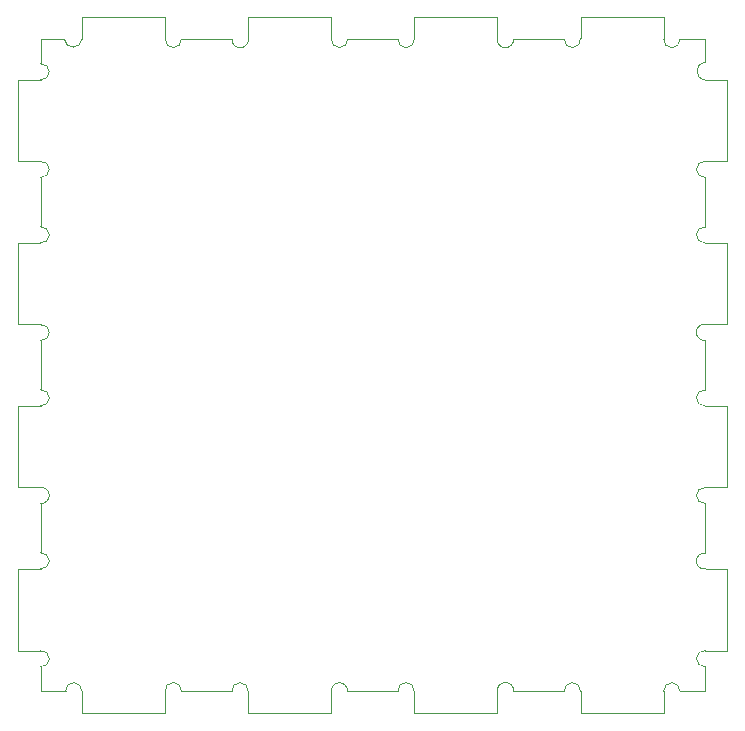
<source format=gbr>
%TF.GenerationSoftware,KiCad,Pcbnew,(6.0.8)*%
%TF.CreationDate,2022-10-30T20:01:47-07:00*%
%TF.ProjectId,BottomEdgeDBNew,426f7474-6f6d-4456-9467-6544424e6577,rev?*%
%TF.SameCoordinates,Original*%
%TF.FileFunction,Profile,NP*%
%FSLAX46Y46*%
G04 Gerber Fmt 4.6, Leading zero omitted, Abs format (unit mm)*
G04 Created by KiCad (PCBNEW (6.0.8)) date 2022-10-30 20:01:47*
%MOMM*%
%LPD*%
G01*
G04 APERTURE LIST*
%TA.AperFunction,Profile*%
%ADD10C,0.100000*%
%TD*%
G04 APERTURE END LIST*
D10*
X152534581Y-159978181D02*
X152534581Y-159972909D01*
X152534581Y-159972909D02*
X154410206Y-159972909D01*
X154410206Y-159972909D02*
X154410206Y-153067335D01*
X154410206Y-153067335D02*
X152534581Y-153067335D01*
X152534581Y-153067335D02*
X152534581Y-153067282D01*
X152662011Y-146176478D02*
X154410206Y-146176478D01*
X154410206Y-146176478D02*
X154410206Y-139270910D01*
X154410206Y-139270910D02*
X152534581Y-139270910D01*
X152534581Y-139270910D02*
X152534581Y-139267275D01*
X152534581Y-137912020D02*
X152534581Y-133722674D01*
X152534581Y-132367410D02*
X152534581Y-132365335D01*
X152534581Y-132365335D02*
X154410206Y-132365335D01*
X154410206Y-132365335D02*
X154410206Y-125459760D01*
X154410206Y-125459760D02*
X152534581Y-125459760D01*
X152534581Y-125459760D02*
X152534581Y-125459267D01*
X152534581Y-123994350D02*
X152534581Y-122014335D01*
X152534581Y-122014335D02*
X150404582Y-122014335D01*
X149023441Y-122014335D02*
X149023383Y-122014335D01*
X149023383Y-122014335D02*
X149023383Y-120173836D01*
X149023383Y-120173836D02*
X141986000Y-120173836D01*
X141986000Y-120173836D02*
X141986000Y-121960996D01*
X134948612Y-121892972D02*
X134948612Y-120173836D01*
X134948612Y-120173836D02*
X127911223Y-120173836D01*
X127911223Y-120173836D02*
X127911223Y-122014335D01*
X127911223Y-122014335D02*
X127908461Y-122014335D01*
X126527354Y-122014335D02*
X122271036Y-122014335D01*
X120889878Y-122014335D02*
X120888816Y-122014335D01*
X120888816Y-122014335D02*
X120888816Y-120173836D01*
X120888816Y-120173836D02*
X113851433Y-120173836D01*
X113851433Y-120173836D02*
X113851433Y-121937979D01*
X112474770Y-122014335D02*
X108199703Y-122014335D01*
X106818546Y-122014335D02*
X106814044Y-122014335D01*
X106814044Y-122014335D02*
X106814044Y-120173836D01*
X106814044Y-120173836D02*
X99776655Y-120173836D01*
X99776655Y-120173836D02*
X99776655Y-122014335D01*
X99776655Y-122014335D02*
X99773899Y-122014335D01*
X98281012Y-122014335D02*
X96265463Y-122014335D01*
X96265463Y-122014335D02*
X96265463Y-124097274D01*
X96265463Y-125452571D02*
X96265463Y-125459760D01*
X96265463Y-125459760D02*
X94389833Y-125459760D01*
X94389833Y-125459760D02*
X94389833Y-132365335D01*
X94389833Y-132365335D02*
X96248931Y-132365335D01*
X96265463Y-133720433D02*
X96265463Y-137916275D01*
X96232558Y-139270910D02*
X94389833Y-139270910D01*
X94389833Y-139270910D02*
X94389833Y-146176478D01*
X94389833Y-146176478D02*
X96265463Y-146176478D01*
X96265463Y-146176478D02*
X96265463Y-146184708D01*
X96265463Y-147539967D02*
X96265463Y-151705876D01*
X96265463Y-153067335D02*
X94389833Y-153067335D01*
X94389833Y-153067335D02*
X94389833Y-159972909D01*
X94389833Y-159972909D02*
X96202478Y-159972909D01*
X96265463Y-161325290D02*
X96265463Y-165515049D01*
X96265463Y-166870347D02*
X96265463Y-166878484D01*
X96265463Y-166878484D02*
X94389833Y-166878484D01*
X94389833Y-166878484D02*
X94389833Y-173784052D01*
X94389833Y-173784052D02*
X96265463Y-173784052D01*
X96265463Y-173784052D02*
X96265463Y-173792739D01*
X152534581Y-165527479D02*
X152534581Y-161333473D01*
X152554543Y-173784052D02*
X154410206Y-173784052D01*
X154410206Y-173784052D02*
X154410206Y-166878484D01*
X154410206Y-166878484D02*
X152620386Y-166878484D01*
X150406563Y-177229483D02*
X152534581Y-177229483D01*
X152534581Y-177229483D02*
X152534581Y-175139068D01*
X141980666Y-177229483D02*
X141986000Y-177229483D01*
X141986000Y-177229483D02*
X141986000Y-179070000D01*
X141986000Y-179070000D02*
X149023383Y-179070000D01*
X149023383Y-179070000D02*
X149023383Y-177229483D01*
X149023383Y-177229483D02*
X149025424Y-177229483D01*
X136322064Y-177229483D02*
X140599500Y-177229483D01*
X127905811Y-177229483D02*
X127911223Y-177229483D01*
X127911223Y-177229483D02*
X127911223Y-179070000D01*
X127911223Y-179070000D02*
X134948612Y-179070000D01*
X134948612Y-179070000D02*
X134948612Y-177324198D01*
X122262760Y-177229483D02*
X126524882Y-177229483D01*
X113845160Y-177229483D02*
X113851433Y-177229483D01*
X113851433Y-177229483D02*
X113851433Y-179070000D01*
X113851433Y-179070000D02*
X120888816Y-179070000D01*
X120888816Y-179070000D02*
X120888816Y-177341502D01*
X108193960Y-177229483D02*
X112463994Y-177229483D01*
X99772864Y-177229483D02*
X99776655Y-177229483D01*
X99776655Y-177229483D02*
X99776655Y-179070000D01*
X99776655Y-179070000D02*
X106814044Y-179070000D01*
X106814044Y-179070000D02*
X106814044Y-177250681D01*
X96265463Y-175147998D02*
X96265463Y-177229483D01*
X96265463Y-177229483D02*
X98391708Y-177229483D01*
X152534581Y-125459267D02*
X152534581Y-125459760D01*
X152534581Y-125459760D02*
X154410206Y-125459760D01*
X154410206Y-125459760D02*
X154410206Y-132365335D01*
X154410206Y-132365335D02*
X152534581Y-132365335D01*
X152534581Y-132365335D02*
X152534581Y-132367410D01*
X152534589Y-132367318D02*
G75*
G03*
X152534581Y-133722674I-60804J-677678D01*
G01*
X152534581Y-133722674D02*
X152534581Y-137912020D01*
X152534572Y-137912116D02*
G75*
G03*
X152534581Y-139267275I-60187J-677580D01*
G01*
X152534581Y-139267275D02*
X152534581Y-139270910D01*
X152534581Y-139270910D02*
X154410206Y-139270910D01*
X154410206Y-139270910D02*
X154410206Y-146176478D01*
X154410206Y-146176478D02*
X152662011Y-146176478D01*
X152662026Y-146176425D02*
G75*
G03*
X152534581Y-147521714I-186941J-660971D01*
G01*
X152534581Y-147521714D02*
X152534581Y-151711988D01*
X152534587Y-151711923D02*
G75*
G03*
X152536515Y-153067284I-63802J-677773D01*
G01*
X152534581Y-153067282D02*
X152534581Y-153067335D01*
X152534581Y-153067335D02*
X154410206Y-153067335D01*
X154410206Y-153067335D02*
X154410206Y-159972909D01*
X154410206Y-159972909D02*
X152534581Y-159972909D01*
X152534581Y-159972909D02*
X152534581Y-159978181D01*
X152534587Y-159978119D02*
G75*
G03*
X152534581Y-161333473I-63702J-677677D01*
G01*
X152534581Y-161333473D02*
X152534581Y-165527479D01*
X152534579Y-165527500D02*
G75*
G03*
X152620386Y-166878484I-59494J-681996D01*
G01*
X152620386Y-166878484D02*
X154410206Y-166878484D01*
X154410206Y-166878484D02*
X154410206Y-173784052D01*
X154410206Y-173784052D02*
X152554543Y-173784052D01*
X152554554Y-173783967D02*
G75*
G03*
X152534581Y-175139068I-86069J-676429D01*
G01*
X152534581Y-175139068D02*
X152534581Y-177229483D01*
X152534581Y-177229483D02*
X150406563Y-177229483D01*
X150406562Y-177229483D02*
G75*
G03*
X149025424Y-177229483I-690569J36232D01*
G01*
X149025424Y-177229483D02*
X149023383Y-177229483D01*
X149023383Y-177229483D02*
X149023383Y-179070000D01*
X149023383Y-179070000D02*
X141986000Y-179070000D01*
X141986000Y-179070000D02*
X141986000Y-177229483D01*
X141986000Y-177229483D02*
X141980666Y-177229483D01*
X141980666Y-177229483D02*
G75*
G03*
X140599500Y-177229483I-690583J39445D01*
G01*
X140599500Y-177229483D02*
X136322064Y-177229483D01*
X136322053Y-177229482D02*
G75*
G03*
X134948612Y-177324198I-693468J50486D01*
G01*
X134948612Y-177324198D02*
X134948612Y-179070000D01*
X134948612Y-179070000D02*
X127911223Y-179070000D01*
X127911223Y-179070000D02*
X127911223Y-177229483D01*
X127911223Y-177229483D02*
X127905811Y-177229483D01*
X127905812Y-177229483D02*
G75*
G03*
X126524882Y-177229483I-690465J53563D01*
G01*
X126524882Y-177229483D02*
X122262760Y-177229483D01*
X122262754Y-177229483D02*
G75*
G03*
X120888816Y-177341502I-694049J30827D01*
G01*
X120888816Y-177341502D02*
X120888816Y-179070000D01*
X120888816Y-179070000D02*
X113851433Y-179070000D01*
X113851433Y-179070000D02*
X113851433Y-177229483D01*
X113851433Y-177229483D02*
X113845160Y-177229483D01*
X113845160Y-177229483D02*
G75*
G03*
X112463994Y-177229483I-690583J39445D01*
G01*
X112463994Y-177229483D02*
X108193960Y-177229483D01*
X108193967Y-177229484D02*
G75*
G03*
X106814044Y-177250681I-691012J57768D01*
G01*
X106814044Y-177250681D02*
X106814044Y-179070000D01*
X106814044Y-179070000D02*
X99776655Y-179070000D01*
X99776655Y-179070000D02*
X99776655Y-177229483D01*
X99776655Y-177229483D02*
X99772864Y-177229483D01*
X99772864Y-177229483D02*
G75*
G03*
X98391708Y-177229483I-690578J43675D01*
G01*
X98391708Y-177229483D02*
X96265463Y-177229483D01*
X96265463Y-177229483D02*
X96265463Y-175147998D01*
X96265463Y-175147993D02*
G75*
G03*
X96265463Y-173792739I70742J677627D01*
G01*
X96265463Y-173792739D02*
X96265463Y-173784052D01*
X96265463Y-173784052D02*
X94389833Y-173784052D01*
X94389833Y-173784052D02*
X94389833Y-166878484D01*
X94389833Y-166878484D02*
X96265463Y-166878484D01*
X96265463Y-166878484D02*
X96265463Y-166870347D01*
X96265463Y-166870343D02*
G75*
G03*
X96265463Y-165515049I65752J677647D01*
G01*
X96265463Y-165515049D02*
X96265463Y-161325290D01*
X96265463Y-161325289D02*
G75*
G03*
X96202478Y-159972909I67992J680823D01*
G01*
X96202478Y-159972909D02*
X94389833Y-159972909D01*
X94389833Y-159972909D02*
X94389833Y-153067335D01*
X94389833Y-153067335D02*
X96265463Y-153067335D01*
X96265463Y-153067335D02*
X96265463Y-153061131D01*
X96265462Y-153061136D02*
G75*
G03*
X96265463Y-151705876I71063J677630D01*
G01*
X96265463Y-151705876D02*
X96265463Y-147539967D01*
X96265463Y-147539964D02*
G75*
G03*
X96265463Y-146184708I70742J677628D01*
G01*
X96265463Y-146184708D02*
X96265463Y-146176478D01*
X96265463Y-146176478D02*
X94389833Y-146176478D01*
X94389833Y-146176478D02*
X94389833Y-139270910D01*
X94389833Y-139270910D02*
X96232558Y-139270910D01*
X96232557Y-139270917D02*
G75*
G03*
X96265463Y-137916275I97128J675361D01*
G01*
X96265463Y-137916275D02*
X96265463Y-133720433D01*
X96265463Y-133720436D02*
G75*
G03*
X96248931Y-132365335I66302J678460D01*
G01*
X96248931Y-132365335D02*
X94389833Y-132365335D01*
X94389833Y-132365335D02*
X94389833Y-125459760D01*
X94389833Y-125459760D02*
X96265463Y-125459760D01*
X96265463Y-125459760D02*
X96265463Y-125452571D01*
X96265462Y-125452578D02*
G75*
G03*
X96265463Y-124097274I66553J677652D01*
G01*
X96265463Y-124097274D02*
X96265463Y-122014335D01*
X96265463Y-122014335D02*
X98281012Y-122014335D01*
X98281013Y-122014335D02*
G75*
G03*
X99773899Y-122014335I746443J68163D01*
G01*
X99773899Y-122014335D02*
X99776655Y-122014335D01*
X99776655Y-122014335D02*
X99776655Y-120173836D01*
X99776655Y-120173836D02*
X106814044Y-120173836D01*
X106814044Y-120173836D02*
X106814044Y-122014335D01*
X106814044Y-122014335D02*
X106818546Y-122014335D01*
X106818545Y-122014335D02*
G75*
G03*
X108199703Y-122014335I690579J-37935D01*
G01*
X108199703Y-122014335D02*
X112474770Y-122014335D01*
X112474770Y-122014335D02*
G75*
G03*
X113851433Y-121937979I692935J-44821D01*
G01*
X113851433Y-121937979D02*
X113851433Y-120173836D01*
X113851433Y-120173836D02*
X120888816Y-120173836D01*
X120888816Y-120173836D02*
X120888816Y-122014335D01*
X120888816Y-122014335D02*
X120889878Y-122014335D01*
X120889878Y-122014335D02*
G75*
G03*
X122271036Y-122014335I690579J-37935D01*
G01*
X122271036Y-122014335D02*
X126527354Y-122014335D01*
X126527355Y-122014335D02*
G75*
G03*
X127908461Y-122014335I690553J-47198D01*
G01*
X127908461Y-122014335D02*
X127911223Y-122014335D01*
X127911223Y-122014335D02*
X127911223Y-120173836D01*
X127911223Y-120173836D02*
X134948612Y-120173836D01*
X134948612Y-120173836D02*
X134948612Y-121892972D01*
X134948613Y-121892972D02*
G75*
G03*
X136320441Y-122014335I677412J-156784D01*
G01*
X136320441Y-122014335D02*
X140606484Y-122014335D01*
X140606488Y-122014335D02*
G75*
G03*
X141986000Y-121960996I692197J-36461D01*
G01*
X141986000Y-121960996D02*
X141986000Y-120173836D01*
X141986000Y-120173836D02*
X149023383Y-120173836D01*
X149023383Y-120173836D02*
X149023383Y-122014335D01*
X149023383Y-122014335D02*
X149023441Y-122014335D01*
X149023440Y-122014335D02*
G75*
G03*
X150404582Y-122014335I690571J-45067D01*
G01*
X150404582Y-122014335D02*
X152534581Y-122014335D01*
X152534581Y-122014335D02*
X152534581Y-123994350D01*
X152534583Y-123994384D02*
G75*
G03*
X152538997Y-125459282I47702J-732312D01*
G01*
X152534581Y-125459267D02*
X152534581Y-125459760D01*
X152534581Y-125459760D02*
X154410206Y-125459760D01*
X154410206Y-125459760D02*
X154410206Y-132365335D01*
X154410206Y-132365335D02*
X152534581Y-132365335D01*
X152534581Y-132365335D02*
X152534581Y-132367410D01*
X152534589Y-132367318D02*
G75*
G03*
X152534581Y-133722674I-60804J-677678D01*
G01*
X152534581Y-133722674D02*
X152534581Y-137912020D01*
X152534572Y-137912116D02*
G75*
G03*
X152534581Y-139267275I-60187J-677580D01*
G01*
X152534581Y-139267275D02*
X152534581Y-139270910D01*
X152534581Y-139270910D02*
X154410206Y-139270910D01*
X154410206Y-139270910D02*
X154410206Y-146176478D01*
X154410206Y-146176478D02*
X152662011Y-146176478D01*
X152662026Y-146176425D02*
G75*
G03*
X152534581Y-147521714I-186941J-660971D01*
G01*
X152534581Y-147521714D02*
X152534581Y-151711988D01*
X152534587Y-151711923D02*
G75*
G03*
X152536515Y-153067284I-63802J-677773D01*
G01*
X152534581Y-153067282D02*
X152534581Y-153067335D01*
X152534581Y-153067335D02*
X154410206Y-153067335D01*
X154410206Y-153067335D02*
X154410206Y-159972909D01*
X154410206Y-159972909D02*
X152534581Y-159972909D01*
X152534581Y-159972909D02*
X152534581Y-159978181D01*
X152534587Y-159978119D02*
G75*
G03*
X152534581Y-161333473I-63702J-677677D01*
G01*
X152534581Y-161333473D02*
X152534581Y-165527479D01*
X152534579Y-165527500D02*
G75*
G03*
X152620386Y-166878484I-59494J-681996D01*
G01*
X152620386Y-166878484D02*
X154410206Y-166878484D01*
X154410206Y-166878484D02*
X154410206Y-173784052D01*
X154410206Y-173784052D02*
X152554543Y-173784052D01*
X152554554Y-173783967D02*
G75*
G03*
X152534581Y-175139068I-86069J-676429D01*
G01*
X152534581Y-175139068D02*
X152534581Y-177229483D01*
X152534581Y-177229483D02*
X150406563Y-177229483D01*
X150406562Y-177229483D02*
G75*
G03*
X149025424Y-177229483I-690569J36232D01*
G01*
X149025424Y-177229483D02*
X149023383Y-177229483D01*
X149023383Y-177229483D02*
X149023383Y-179070000D01*
X149023383Y-179070000D02*
X141986000Y-179070000D01*
X141986000Y-179070000D02*
X141986000Y-177229483D01*
X141986000Y-177229483D02*
X141980666Y-177229483D01*
X141980666Y-177229483D02*
G75*
G03*
X140599500Y-177229483I-690583J39445D01*
G01*
X140599500Y-177229483D02*
X136322064Y-177229483D01*
X136322053Y-177229482D02*
G75*
G03*
X134948612Y-177324198I-693468J50486D01*
G01*
X134948612Y-177324198D02*
X134948612Y-179070000D01*
X134948612Y-179070000D02*
X127911223Y-179070000D01*
X127911223Y-179070000D02*
X127911223Y-177229483D01*
X127911223Y-177229483D02*
X127905811Y-177229483D01*
X127905812Y-177229483D02*
G75*
G03*
X126524882Y-177229483I-690465J53563D01*
G01*
X126524882Y-177229483D02*
X122262760Y-177229483D01*
X122262754Y-177229483D02*
G75*
G03*
X120888816Y-177341502I-694049J30827D01*
G01*
X120888816Y-177341502D02*
X120888816Y-179070000D01*
X120888816Y-179070000D02*
X113851433Y-179070000D01*
X113851433Y-179070000D02*
X113851433Y-177229483D01*
X113851433Y-177229483D02*
X113845160Y-177229483D01*
X113845160Y-177229483D02*
G75*
G03*
X112463994Y-177229483I-690583J39445D01*
G01*
X112463994Y-177229483D02*
X108193960Y-177229483D01*
X108193967Y-177229484D02*
G75*
G03*
X106814044Y-177250681I-691012J57768D01*
G01*
X106814044Y-177250681D02*
X106814044Y-179070000D01*
X106814044Y-179070000D02*
X99776655Y-179070000D01*
X99776655Y-179070000D02*
X99776655Y-177229483D01*
X99776655Y-177229483D02*
X99772864Y-177229483D01*
X99772864Y-177229483D02*
G75*
G03*
X98391708Y-177229483I-690578J43675D01*
G01*
X98391708Y-177229483D02*
X96265463Y-177229483D01*
X96265463Y-177229483D02*
X96265463Y-175147998D01*
X96265463Y-175147993D02*
G75*
G03*
X96265463Y-173792739I70742J677627D01*
G01*
X96265463Y-173792739D02*
X96265463Y-173784052D01*
X96265463Y-173784052D02*
X94389833Y-173784052D01*
X94389833Y-173784052D02*
X94389833Y-166878484D01*
X94389833Y-166878484D02*
X96265463Y-166878484D01*
X96265463Y-166878484D02*
X96265463Y-166870347D01*
X96265463Y-166870343D02*
G75*
G03*
X96265463Y-165515049I65752J677647D01*
G01*
X96265463Y-165515049D02*
X96265463Y-161325290D01*
X96265463Y-161325289D02*
G75*
G03*
X96202478Y-159972909I67992J680823D01*
G01*
X96202478Y-159972909D02*
X94389833Y-159972909D01*
X94389833Y-159972909D02*
X94389833Y-153067335D01*
X94389833Y-153067335D02*
X96265463Y-153067335D01*
X96265463Y-153067335D02*
X96265463Y-153061131D01*
X96265462Y-153061136D02*
G75*
G03*
X96265463Y-151705876I71063J677630D01*
G01*
X96265463Y-151705876D02*
X96265463Y-147539967D01*
X96265463Y-147539964D02*
G75*
G03*
X96265463Y-146184708I70742J677628D01*
G01*
X96265463Y-146184708D02*
X96265463Y-146176478D01*
X96265463Y-146176478D02*
X94389833Y-146176478D01*
X94389833Y-146176478D02*
X94389833Y-139270910D01*
X94389833Y-139270910D02*
X96232558Y-139270910D01*
X96232557Y-139270917D02*
G75*
G03*
X96265463Y-137916275I97128J675361D01*
G01*
X96265463Y-137916275D02*
X96265463Y-133720433D01*
X96265463Y-133720436D02*
G75*
G03*
X96248931Y-132365335I66302J678460D01*
G01*
X96248931Y-132365335D02*
X94389833Y-132365335D01*
X94389833Y-132365335D02*
X94389833Y-125459760D01*
X94389833Y-125459760D02*
X96265463Y-125459760D01*
X96265463Y-125459760D02*
X96265463Y-125452571D01*
X96265462Y-125452578D02*
G75*
G03*
X96265463Y-124097274I66553J677652D01*
G01*
X96265463Y-124097274D02*
X96265463Y-122014335D01*
X96265463Y-122014335D02*
X98281012Y-122014335D01*
X98281013Y-122014335D02*
G75*
G03*
X99773899Y-122014335I746443J68163D01*
G01*
X99773899Y-122014335D02*
X99776655Y-122014335D01*
X99776655Y-122014335D02*
X99776655Y-120173836D01*
X99776655Y-120173836D02*
X106814044Y-120173836D01*
X106814044Y-120173836D02*
X106814044Y-122014335D01*
X106814044Y-122014335D02*
X106818546Y-122014335D01*
X106818545Y-122014335D02*
G75*
G03*
X108199703Y-122014335I690579J-37935D01*
G01*
X108199703Y-122014335D02*
X112474770Y-122014335D01*
X112474770Y-122014335D02*
G75*
G03*
X113851433Y-121937979I692935J-44821D01*
G01*
X113851433Y-121937979D02*
X113851433Y-120173836D01*
X113851433Y-120173836D02*
X120888816Y-120173836D01*
X120888816Y-120173836D02*
X120888816Y-122014335D01*
X120888816Y-122014335D02*
X120889878Y-122014335D01*
X120889878Y-122014335D02*
G75*
G03*
X122271036Y-122014335I690579J-37935D01*
G01*
X122271036Y-122014335D02*
X126527354Y-122014335D01*
X126527355Y-122014335D02*
G75*
G03*
X127908461Y-122014335I690553J-47198D01*
G01*
X127908461Y-122014335D02*
X127911223Y-122014335D01*
X127911223Y-122014335D02*
X127911223Y-120173836D01*
X127911223Y-120173836D02*
X134948612Y-120173836D01*
X134948612Y-120173836D02*
X134948612Y-121892972D01*
X134948613Y-121892972D02*
G75*
G03*
X136320441Y-122014335I677412J-156784D01*
G01*
X136320441Y-122014335D02*
X140606484Y-122014335D01*
X140606488Y-122014335D02*
G75*
G03*
X141986000Y-121960996I692197J-36461D01*
G01*
X141986000Y-121960996D02*
X141986000Y-120173836D01*
X141986000Y-120173836D02*
X149023383Y-120173836D01*
X149023383Y-120173836D02*
X149023383Y-122014335D01*
X149023383Y-122014335D02*
X149023441Y-122014335D01*
X149023440Y-122014335D02*
G75*
G03*
X150404582Y-122014335I690571J-45067D01*
G01*
X150404582Y-122014335D02*
X152534581Y-122014335D01*
X152534581Y-122014335D02*
X152534581Y-123994350D01*
X152534583Y-123994384D02*
G75*
G03*
X152538997Y-125459282I47702J-732312D01*
G01*
X152534581Y-125459267D02*
X152534581Y-125459760D01*
X152534581Y-125459760D02*
X154410206Y-125459760D01*
X154410206Y-125459760D02*
X154410206Y-132365335D01*
X154410206Y-132365335D02*
X152534581Y-132365335D01*
X152534581Y-132365335D02*
X152534581Y-132367410D01*
X152534589Y-132367318D02*
G75*
G03*
X152534581Y-133722674I-60804J-677678D01*
G01*
X152534581Y-133722674D02*
X152534581Y-137912020D01*
X152534572Y-137912116D02*
G75*
G03*
X152534581Y-139267275I-60187J-677580D01*
G01*
X152534581Y-139267275D02*
X152534581Y-139270910D01*
X152534581Y-139270910D02*
X154410206Y-139270910D01*
X154410206Y-139270910D02*
X154410206Y-146176478D01*
X154410206Y-146176478D02*
X152662011Y-146176478D01*
X152662026Y-146176425D02*
G75*
G03*
X152534581Y-147521714I-186941J-660971D01*
G01*
X152534581Y-147521714D02*
X152534581Y-151711988D01*
X152534587Y-151711923D02*
G75*
G03*
X152536515Y-153067284I-63802J-677773D01*
G01*
X152534581Y-153067282D02*
X152534581Y-153067335D01*
X152534581Y-153067335D02*
X154410206Y-153067335D01*
X154410206Y-153067335D02*
X154410206Y-159972909D01*
X154410206Y-159972909D02*
X152534581Y-159972909D01*
X152534581Y-159972909D02*
X152534581Y-159978181D01*
X152534587Y-159978119D02*
G75*
G03*
X152534581Y-161333473I-63702J-677677D01*
G01*
X152534581Y-161333473D02*
X152534581Y-165527479D01*
X152534579Y-165527500D02*
G75*
G03*
X152620386Y-166878484I-59494J-681996D01*
G01*
X152620386Y-166878484D02*
X154410206Y-166878484D01*
X154410206Y-166878484D02*
X154410206Y-173784052D01*
X154410206Y-173784052D02*
X152554543Y-173784052D01*
X152554554Y-173783967D02*
G75*
G03*
X152534581Y-175139068I-86069J-676429D01*
G01*
X152534581Y-175139068D02*
X152534581Y-177229483D01*
X152534581Y-177229483D02*
X150406563Y-177229483D01*
X150406562Y-177229483D02*
G75*
G03*
X149025424Y-177229483I-690569J36232D01*
G01*
X149025424Y-177229483D02*
X149023383Y-177229483D01*
X149023383Y-177229483D02*
X149023383Y-179070000D01*
X149023383Y-179070000D02*
X141986000Y-179070000D01*
X141986000Y-179070000D02*
X141986000Y-177229483D01*
X141986000Y-177229483D02*
X141980666Y-177229483D01*
X141980666Y-177229483D02*
G75*
G03*
X140599500Y-177229483I-690583J39445D01*
G01*
X140599500Y-177229483D02*
X136322064Y-177229483D01*
X136322053Y-177229482D02*
G75*
G03*
X134948612Y-177324198I-693468J50486D01*
G01*
X134948612Y-177324198D02*
X134948612Y-179070000D01*
X134948612Y-179070000D02*
X127911223Y-179070000D01*
X127911223Y-179070000D02*
X127911223Y-177229483D01*
X127911223Y-177229483D02*
X127905811Y-177229483D01*
X127905812Y-177229483D02*
G75*
G03*
X126524882Y-177229483I-690465J53563D01*
G01*
X126524882Y-177229483D02*
X122262760Y-177229483D01*
X122262754Y-177229483D02*
G75*
G03*
X120888816Y-177341502I-694049J30827D01*
G01*
X120888816Y-177341502D02*
X120888816Y-179070000D01*
X120888816Y-179070000D02*
X113851433Y-179070000D01*
X113851433Y-179070000D02*
X113851433Y-177229483D01*
X113851433Y-177229483D02*
X113845160Y-177229483D01*
X113845160Y-177229483D02*
G75*
G03*
X112463994Y-177229483I-690583J39445D01*
G01*
X112463994Y-177229483D02*
X108193960Y-177229483D01*
X108193967Y-177229484D02*
G75*
G03*
X106814044Y-177250681I-691012J57768D01*
G01*
X106814044Y-177250681D02*
X106814044Y-179070000D01*
X106814044Y-179070000D02*
X99776655Y-179070000D01*
X99776655Y-179070000D02*
X99776655Y-177229483D01*
X99776655Y-177229483D02*
X99772864Y-177229483D01*
X99772864Y-177229483D02*
G75*
G03*
X98391708Y-177229483I-690578J43675D01*
G01*
X98391708Y-177229483D02*
X96265463Y-177229483D01*
X96265463Y-177229483D02*
X96265463Y-175147998D01*
X96265463Y-175147993D02*
G75*
G03*
X96265463Y-173792739I70742J677627D01*
G01*
X96265463Y-173792739D02*
X96265463Y-173784052D01*
X96265463Y-173784052D02*
X94389833Y-173784052D01*
X94389833Y-173784052D02*
X94389833Y-166878484D01*
X94389833Y-166878484D02*
X96265463Y-166878484D01*
X96265463Y-166878484D02*
X96265463Y-166870347D01*
X96265463Y-166870343D02*
G75*
G03*
X96265463Y-165515049I65752J677647D01*
G01*
X96265463Y-165515049D02*
X96265463Y-161325290D01*
X96265463Y-161325289D02*
G75*
G03*
X96202478Y-159972909I67992J680823D01*
G01*
X96202478Y-159972909D02*
X94389833Y-159972909D01*
X94389833Y-159972909D02*
X94389833Y-153067335D01*
X94389833Y-153067335D02*
X96265463Y-153067335D01*
X96265463Y-153067335D02*
X96265463Y-153061131D01*
X96265462Y-153061136D02*
G75*
G03*
X96265463Y-151705876I71063J677630D01*
G01*
X96265463Y-151705876D02*
X96265463Y-147539967D01*
X96265463Y-147539964D02*
G75*
G03*
X96265463Y-146184708I70742J677628D01*
G01*
X96265463Y-146184708D02*
X96265463Y-146176478D01*
X96265463Y-146176478D02*
X94389833Y-146176478D01*
X94389833Y-146176478D02*
X94389833Y-139270910D01*
X94389833Y-139270910D02*
X96232558Y-139270910D01*
X96232557Y-139270917D02*
G75*
G03*
X96265463Y-137916275I97128J675361D01*
G01*
X96265463Y-137916275D02*
X96265463Y-133720433D01*
X96265463Y-133720436D02*
G75*
G03*
X96248931Y-132365335I66302J678460D01*
G01*
X96248931Y-132365335D02*
X94389833Y-132365335D01*
X94389833Y-132365335D02*
X94389833Y-125459760D01*
X94389833Y-125459760D02*
X96265463Y-125459760D01*
X96265463Y-125459760D02*
X96265463Y-125452571D01*
X96265462Y-125452578D02*
G75*
G03*
X96265463Y-124097274I66553J677652D01*
G01*
X96265463Y-124097274D02*
X96265463Y-122014335D01*
X96265463Y-122014335D02*
X98281012Y-122014335D01*
X98281013Y-122014335D02*
G75*
G03*
X99773899Y-122014335I746443J68163D01*
G01*
X99773899Y-122014335D02*
X99776655Y-122014335D01*
X99776655Y-122014335D02*
X99776655Y-120173836D01*
X99776655Y-120173836D02*
X106814044Y-120173836D01*
X106814044Y-120173836D02*
X106814044Y-122014335D01*
X106814044Y-122014335D02*
X106818546Y-122014335D01*
X106818545Y-122014335D02*
G75*
G03*
X108199703Y-122014335I690579J-37935D01*
G01*
X108199703Y-122014335D02*
X112474770Y-122014335D01*
X112474770Y-122014335D02*
G75*
G03*
X113851433Y-121937979I692935J-44821D01*
G01*
X113851433Y-121937979D02*
X113851433Y-120173836D01*
X113851433Y-120173836D02*
X120888816Y-120173836D01*
X120888816Y-120173836D02*
X120888816Y-122014335D01*
X120888816Y-122014335D02*
X120889878Y-122014335D01*
X120889878Y-122014335D02*
G75*
G03*
X122271036Y-122014335I690579J-37935D01*
G01*
X122271036Y-122014335D02*
X126527354Y-122014335D01*
X126527355Y-122014335D02*
G75*
G03*
X127908461Y-122014335I690553J-47198D01*
G01*
X127908461Y-122014335D02*
X127911223Y-122014335D01*
X127911223Y-122014335D02*
X127911223Y-120173836D01*
X127911223Y-120173836D02*
X134948612Y-120173836D01*
X134948612Y-120173836D02*
X134948612Y-121892972D01*
X134948613Y-121892972D02*
G75*
G03*
X136320441Y-122014335I677412J-156784D01*
G01*
X136320441Y-122014335D02*
X140606484Y-122014335D01*
X140606488Y-122014335D02*
G75*
G03*
X141986000Y-121960996I692197J-36461D01*
G01*
X141986000Y-121960996D02*
X141986000Y-120173836D01*
X141986000Y-120173836D02*
X149023383Y-120173836D01*
X149023383Y-120173836D02*
X149023383Y-122014335D01*
X149023383Y-122014335D02*
X149023441Y-122014335D01*
X149023440Y-122014335D02*
G75*
G03*
X150404582Y-122014335I690571J-45067D01*
G01*
X150404582Y-122014335D02*
X152534581Y-122014335D01*
X152534581Y-122014335D02*
X152534581Y-123994350D01*
X152534583Y-123994384D02*
G75*
G03*
X152538997Y-125459282I47702J-732312D01*
G01*
M02*

</source>
